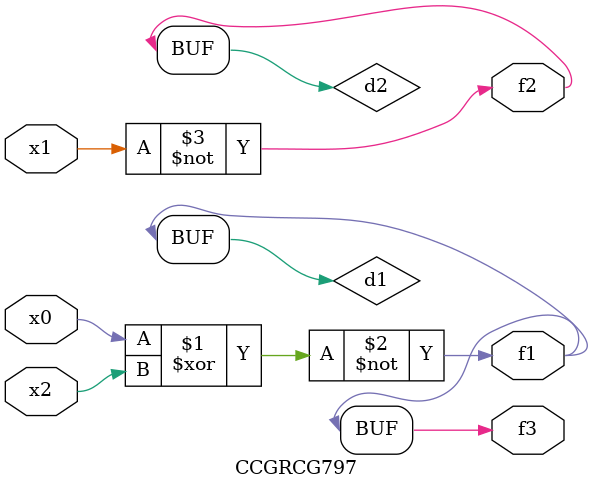
<source format=v>
module CCGRCG797(
	input x0, x1, x2,
	output f1, f2, f3
);

	wire d1, d2, d3;

	xnor (d1, x0, x2);
	nand (d2, x1);
	nor (d3, x1, x2);
	assign f1 = d1;
	assign f2 = d2;
	assign f3 = d1;
endmodule

</source>
